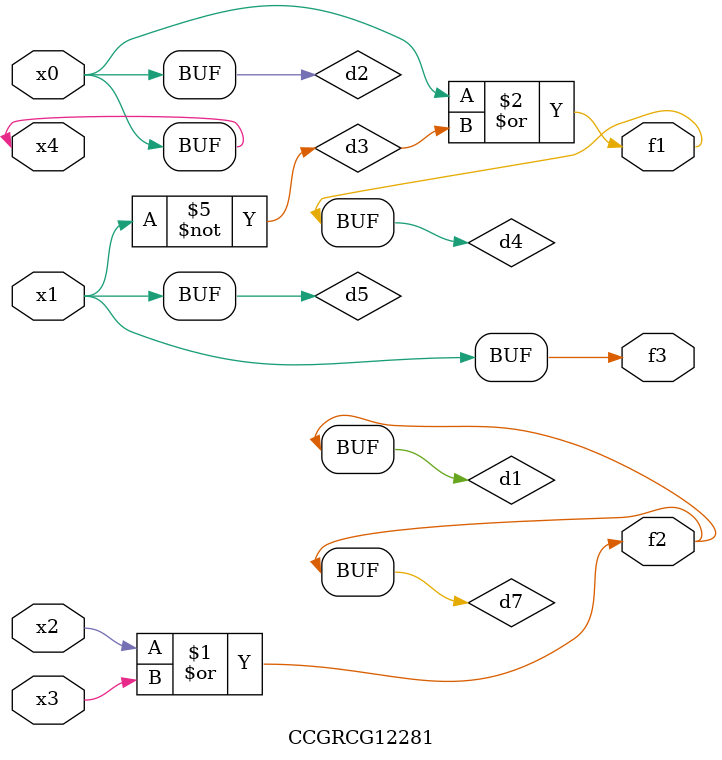
<source format=v>
module CCGRCG12281(
	input x0, x1, x2, x3, x4,
	output f1, f2, f3
);

	wire d1, d2, d3, d4, d5, d6, d7;

	or (d1, x2, x3);
	buf (d2, x0, x4);
	not (d3, x1);
	or (d4, d2, d3);
	not (d5, d3);
	nand (d6, d1, d3);
	or (d7, d1);
	assign f1 = d4;
	assign f2 = d7;
	assign f3 = d5;
endmodule

</source>
